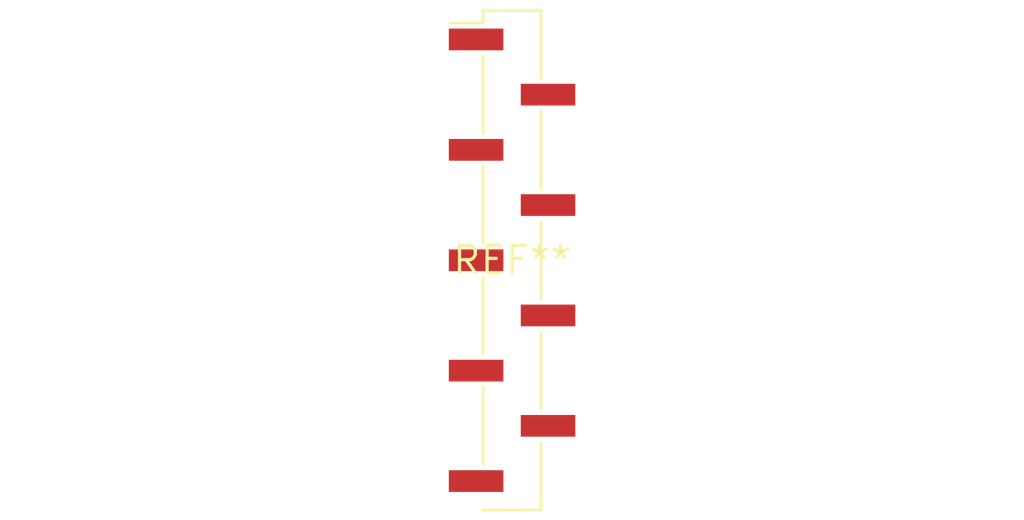
<source format=kicad_pcb>
(kicad_pcb (version 20240108) (generator pcbnew)
  (layers (0 "F.Cu" signal) (31 "B.Cu" signal) (34 "B.Paste" user) (35 "F.Paste" user) (36 "B.SilkS" user "B.Silkscreen") (37 "F.SilkS" user "F.Silkscreen") (38 "B.Mask" user) (39 "F.Mask" user) (44 "Edge.Cuts" user))
  (net 0 "")
  (footprint "PinHeader_1x09_P2.54mm_Vertical_SMD_Pin1Left" (layer "F.Cu") (at 0 0)
    (property "Reference" "REF**")
    (property "Value" "PinHeader_1x09_P2.54mm_Vertical_SMD_Pin1Left")
    (fp_line (start -1.33 -11.49) (end -1.33 -10.92) (layer "F.SilkS") (stroke (width 0.12)))
    (fp_line (start -1.33 -11.49) (end 1.33 -11.49) (layer "F.SilkS") (stroke (width 0.12)))
    (fp_line (start -1.33 -10.92) (end -2.85 -10.92) (layer "F.SilkS") (stroke (width 0.12)))
    (fp_line (start -1.33 -9.4) (end -1.33 -5.84) (layer "F.SilkS") (stroke (width 0.12)))
    (fp_line (start -1.33 -4.32) (end -1.33 -0.76) (layer "F.SilkS") (stroke (width 0.12)))
    (fp_line (start -1.33 0.76) (end -1.33 4.32) (layer "F.SilkS") (stroke (width 0.12)))
    (fp_line (start -1.33 5.84) (end -1.33 9.4) (layer "F.SilkS") (stroke (width 0.12)))
    (fp_line (start -1.33 11.49) (end 1.33 11.49) (layer "F.SilkS") (stroke (width 0.12)))
    (fp_line (start 1.33 -11.49) (end 1.33 -8.38) (layer "F.SilkS") (stroke (width 0.12)))
    (fp_line (start 1.33 -6.86) (end 1.33 -3.3) (layer "F.SilkS") (stroke (width 0.12)))
    (fp_line (start 1.33 -1.78) (end 1.33 1.78) (layer "F.SilkS") (stroke (width 0.12)))
    (fp_line (start 1.33 3.3) (end 1.33 6.86) (layer "F.SilkS") (stroke (width 0.12)))
    (fp_line (start 1.33 8.38) (end 1.33 11.49) (layer "F.SilkS") (stroke (width 0.12)))
    (fp_line (start 1.33 10.92) (end 1.33 11.49) (layer "F.SilkS") (stroke (width 0.12)))
    (pad "1" smd rect (at -1.655 -10.16) (size 2.51 1) (layers "F.Cu" "F.Paste" "F.Mask"))
    (pad "2" smd rect (at 1.655 -7.62) (size 2.51 1) (layers "F.Cu" "F.Paste" "F.Mask"))
    (pad "3" smd rect (at -1.655 -5.08) (size 2.51 1) (layers "F.Cu" "F.Paste" "F.Mask"))
    (pad "4" smd rect (at 1.655 -2.54) (size 2.51 1) (layers "F.Cu" "F.Paste" "F.Mask"))
    (pad "5" smd rect (at -1.655 0) (size 2.51 1) (layers "F.Cu" "F.Paste" "F.Mask"))
    (pad "6" smd rect (at 1.655 2.54) (size 2.51 1) (layers "F.Cu" "F.Paste" "F.Mask"))
    (pad "7" smd rect (at -1.655 5.08) (size 2.51 1) (layers "F.Cu" "F.Paste" "F.Mask"))
    (pad "8" smd rect (at 1.655 7.62) (size 2.51 1) (layers "F.Cu" "F.Paste" "F.Mask"))
    (pad "9" smd rect (at -1.655 10.16) (size 2.51 1) (layers "F.Cu" "F.Paste" "F.Mask"))
  )
)
</source>
